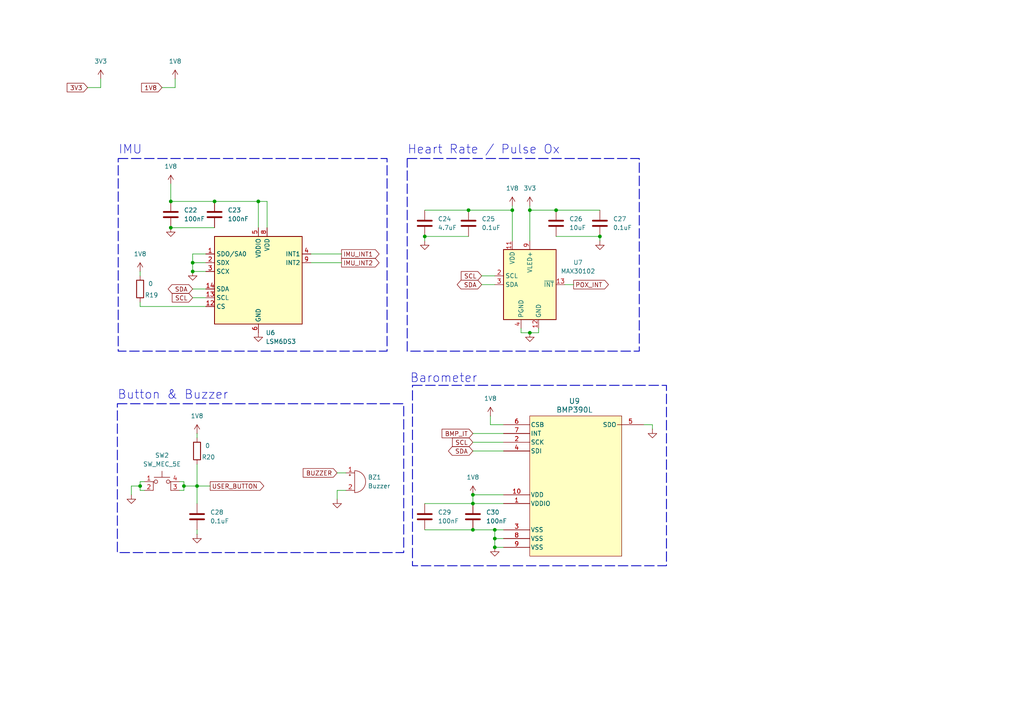
<source format=kicad_sch>
(kicad_sch (version 20250114) (generator "eeschema") (generator_version "9.0")
  (paper "A4")
  (lib_symbols
    (symbol "Barometer:BMP390L" (pin_names (offset 0.254))
      (property "Reference" "U" (at -0.762 24.384 0))
      (property "Value" "BMP390L" (at -0.762 21.844 0))
      (symbol "BMP390L_0_1"
        (rectangle (start -13.97 20.32) (end 12.7 -20.32) (fill (type background)))
        (pin input line (at -21.59 17.78 0) (length 7.62) (name "CSB") (number "6"))
        (pin output line (at -21.59 15.24 0) (length 7.62) (name "INT") (number "7"))
        (pin input line (at -21.59 12.7 0) (length 7.62) (name "SCK") (number "2"))
        (pin input line (at -21.59 10.16 0) (length 7.62) (name "SDI") (number "4"))
        (pin power_in line (at -21.59 -2.54 0) (length 7.62) (name "VDD") (number "10"))
        (pin power_in line (at -21.59 -5.08 0) (length 7.62) (name "VDDIO") (number "1"))
        (pin power_out line (at -21.59 -12.7 0) (length 7.62) (name "VSS") (number "3"))
        (pin power_out line (at -21.59 -15.24 0) (length 7.62) (name "VSS") (number "8"))
        (pin power_out line (at -21.59 -17.78 0) (length 7.62) (name "VSS") (number "9"))
        (pin output line (at 19.05 17.78 180) (length 7.62) (name "SDO") (number "5"))
      )
    )
    (symbol "Device:Buzzer" (pin_names (offset 0.0254) (hide yes))
      (property "Reference" "BZ" (at 3.81 1.27 0))
      (property "Value" "Buzzer" (at 3.81 -1.27 0))
      (symbol "Buzzer_0_1"
        (polyline (pts (xy -1.651 1.905) (xy -1.143 1.905)))
        (polyline (pts (xy -1.397 2.159) (xy -1.397 1.651)))
        (arc (start 0 3.175) (mid 3.1612 0) (end 0 -3.175))
        (polyline (pts (xy 0 3.175) (xy 0 -3.175)))
      )
      (symbol "Buzzer_1_1"
        (pin passive line (at -2.54 2.54 0) (length 2.54) (name "+") (number "1"))
        (pin passive line (at -2.54 -2.54 0) (length 2.54) (name "-") (number "2"))
      )
    )
    (symbol "Device:C" (pin_numbers (hide yes)) (pin_names (offset 0.254))
      (property "Reference" "C" (at 0.635 2.54 0))
      (property "Value" "C" (at 0.635 -2.54 0))
      (symbol "C_0_1"
        (polyline (pts (xy -2.032 0.762) (xy 2.032 0.762)) (stroke (width 0.508)))
        (polyline (pts (xy -2.032 -0.762) (xy 2.032 -0.762)) (stroke (width 0.508)))
      )
      (symbol "C_1_1"
        (pin passive line (at 0 3.81 270) (length 2.794) (name "~") (number "1"))
        (pin passive line (at 0 -3.81 90) (length 2.794) (name "~") (number "2"))
      )
    )
    (symbol "Device:R" (pin_numbers (hide yes)) (pin_names (offset 0))
      (property "Reference" "R" (at 2.032 0 90))
      (property "Value" "R" (at 0 0 90))
      (symbol "R_0_1"
        (rectangle (start -1.016 -2.54) (end 1.016 2.54) (stroke (width 0.254)))
      )
      (symbol "R_1_1"
        (pin passive line (at 0 3.81 270) (length 1.27) (name "~") (number "1"))
        (pin passive line (at 0 -3.81 90) (length 1.27) (name "~") (number "2"))
      )
    )
    (symbol "Sensor:MAX30102"
      (property "Reference" "U" (at 7.62 15.24 0))
      (property "Value" "MAX30102" (at 7.62 12.7 0))
      (symbol "MAX30102_0_1"
        (rectangle (start -7.62 10.16) (end 7.62 -10.16) (stroke (width 0.254)) (fill (type background)))
      )
      (symbol "MAX30102_1_1"
        (pin input line (at -10.16 2.54 0) (length 2.54) (name "SCL") (number "2"))
        (pin bidirectional line (at -10.16 0 0) (length 2.54) (name "SDA") (number "3"))
        (pin no_connect line (at -7.62 5.08 0) (length 2.54) (hide yes) (name "NC") (number "1"))
        (pin no_connect line (at -7.62 -2.54 0) (length 2.54) (hide yes) (name "NC") (number "7"))
        (pin power_in line (at -5.08 12.7 270) (length 2.54) (name "VDD") (number "11"))
        (pin power_in line (at -2.54 -12.7 90) (length 2.54) (name "PGND") (number "4"))
        (pin passive line (at 0 12.7 270) (length 2.54) (hide yes) (name "VLED+") (number "10"))
        (pin power_in line (at 0 12.7 270) (length 2.54) (name "VLED+") (number "9"))
        (pin power_in line (at 2.54 -12.7 90) (length 2.54) (name "GND") (number "12"))
        (pin no_connect line (at 7.62 5.08 180) (length 2.54) (hide yes) (name "NC") (number "8"))
        (pin no_connect line (at 7.62 2.54 180) (length 2.54) (hide yes) (name "NC") (number "14"))
        (pin no_connect line (at 7.62 -5.08 180) (length 2.54) (hide yes) (name "NC") (number "6"))
        (pin no_connect line (at 7.62 -7.62 180) (length 2.54) (hide yes) (name "NC") (number "5"))
        (pin output line (at 10.16 0 180) (length 2.54) (name "~{INT}") (number "13"))
      )
    )
    (symbol "Sensor_Motion:LSM6DS3"
      (property "Reference" "U" (at -11.43 15.24 0))
      (property "Value" "LSM6DS3" (at -11.43 12.7 0))
      (symbol "LSM6DS3_0_1"
        (rectangle (start -12.7 12.7) (end 12.7 -12.7) (stroke (width 0.254)) (fill (type background)))
      )
      (symbol "LSM6DS3_1_1"
        (pin bidirectional line (at -15.24 7.62 0) (length 2.54) (name "SDO/SA0") (number "1"))
        (pin bidirectional line (at -15.24 5.08 0) (length 2.54) (name "SDX") (number "2"))
        (pin input line (at -15.24 2.54 0) (length 2.54) (name "SCX") (number "3"))
        (pin bidirectional line (at -15.24 -2.54 0) (length 2.54) (name "SDA") (number "14"))
        (pin input line (at -15.24 -5.08 0) (length 2.54) (name "SCL") (number "13"))
        (pin input line (at -15.24 -7.62 0) (length 2.54) (name "CS") (number "12"))
        (pin power_in line (at 0 15.24 270) (length 2.54) (name "VDDIO") (number "5"))
        (pin power_in line (at 0 -15.24 90) (length 2.54) (name "GND") (number "6"))
        (pin passive line (at 0 -15.24 90) (length 2.54) (hide yes) (name "GND") (number "7"))
        (pin power_in line (at 2.54 15.24 270) (length 2.54) (name "VDD") (number "8"))
        (pin no_connect line (at 12.7 -2.54 180) (length 3.81) (hide yes) (name "NC") (number "11"))
        (pin no_connect line (at 12.7 -5.08 180) (length 3.81) (hide yes) (name "NC") (number "10"))
        (pin output line (at 15.24 7.62 180) (length 2.54) (name "INT1") (number "4"))
        (pin output line (at 15.24 5.08 180) (length 2.54) (name "INT2") (number "9"))
      )
    )
    (symbol "Switch:SW_MEC_5E" (pin_names (offset 1.016) (hide yes))
      (property "Reference" "SW" (at 0.635 5.715 0))
      (property "Value" "SW_MEC_5E" (at 0 -3.175 0))
      (symbol "SW_MEC_5E_0_1"
        (polyline (pts (xy -2.54 0) (xy -2.54 2.54) (xy -2.286 2.54)))
        (polyline (pts (xy -2.286 3.81) (xy 2.286 3.81)))
        (circle (center -1.778 2.54) (radius 0.508))
        (polyline (pts (xy 0 3.81) (xy 0 5.588)))
        (circle (center 1.778 2.54) (radius 0.508))
        (polyline (pts (xy 2.54 0) (xy 2.54 2.54) (xy 2.286 2.54)))
        (pin passive line (at -5.08 2.54 0) (length 2.54) (name "1") (number "1"))
        (pin passive line (at -5.08 0 0) (length 2.54) (name "2") (number "2"))
        (pin passive line (at 5.08 2.54 180) (length 2.54) (name "A") (number "4"))
        (pin passive line (at 5.08 0 180) (length 2.54) (name "K") (number "3"))
      )
    )
    (symbol "power:+3V3" (power) (pin_numbers (hide yes)) (pin_names (offset 0) (hide yes))
      (property "Value" "+3V3" (at 0 3.556 0))
      (symbol "+3V3_0_1"
        (polyline (pts (xy -0.762 1.27) (xy 0 2.54)))
        (polyline (pts (xy 0 2.54) (xy 0.762 1.27)))
        (polyline (pts (xy 0 0) (xy 0 2.54)))
      )
      (symbol "+3V3_1_1"
        (pin power_in line (at 0 0 90) (length 0) (name "~") (number "1"))
      )
    )
    (symbol "power:GND" (power) (pin_numbers (hide yes)) (pin_names (offset 0) (hide yes))
      (property "Value" "GND" (at 0 -3.81 0))
      (symbol "GND_0_1"
        (polyline (pts (xy 0 0) (xy 0 -1.27) (xy 1.27 -1.27) (xy 0 -2.54) (xy -1.27 -1.27) (xy 0 -1.27)))
      )
      (symbol "GND_1_1"
        (pin power_in line (at 0 0 270) (length 0) (name "~") (number "1"))
      )
    )
  )
  (rectangle (start 118.11 45.974) (end 185.42 101.854) (stroke (width 0.254) (type dash)))
  (rectangle (start 119.634 111.76) (end 193.294 164.084) (stroke (width 0.254) (type dash)))
  (rectangle (start 34.036 117.094) (end 117.094 160.274) (stroke (width 0.254) (type dash)))
  (rectangle (start 34.29 45.974) (end 112.268 101.854) (stroke (width 0.254) (type dash)))
  (text "Button & Buzzer" (at 34.036 116.078 0) (effects (font (size 2.54 2.54)) (justify left bottom)))
  (text "Heart Rate / Pulse Ox" (at 118.11 44.958 0) (effects (font (size 2.54 2.54)) (justify left bottom)))
  (text "IMU" (at 34.29 44.958 0) (effects (font (size 2.54 2.54)) (justify left bottom)))
  (text "Barometer" (at 118.872 111.252 0) (effects (font (size 2.54 2.54)) (justify left bottom)))
  (junction (at 153.67 96.52))
  (junction (at 153.67 60.96))
  (junction (at 62.23 58.42))
  (junction (at 148.59 60.96))
  (junction (at 53.34 140.97))
  (junction (at 143.51 158.75))
  (junction (at 143.51 153.67))
  (junction (at 143.51 156.21))
  (junction (at 135.89 60.96))
  (junction (at 137.16 146.05))
  (junction (at 55.88 78.74))
  (junction (at 49.53 58.42))
  (junction (at 40.64 140.97))
  (junction (at 74.93 58.42))
  (junction (at 123.19 68.58))
  (junction (at 55.88 76.2))
  (junction (at 49.53 66.04))
  (junction (at 57.15 140.97))
  (junction (at 161.29 60.96))
  (junction (at 137.16 143.51))
  (junction (at 137.16 153.67))
  (junction (at 173.99 68.58))
  (wire (pts (xy 57.15 140.97) (xy 60.96 140.97)))
  (wire (pts (xy 137.16 130.81) (xy 146.05 130.81)))
  (wire (pts (xy 161.29 60.96) (xy 173.99 60.96)))
  (wire (pts (xy 50.8 22.86) (xy 50.8 25.4)))
  (wire (pts (xy 55.88 76.2) (xy 55.88 78.74)))
  (wire (pts (xy 146.05 153.67) (xy 143.51 153.67)))
  (wire (pts (xy 59.69 73.66) (xy 55.88 73.66)))
  (wire (pts (xy 153.67 60.96) (xy 153.67 69.85)))
  (wire (pts (xy 143.51 158.75) (xy 146.05 158.75)))
  (wire (pts (xy 148.59 60.96) (xy 148.59 69.85)))
  (wire (pts (xy 90.17 73.66) (xy 99.06 73.66)))
  (wire (pts (xy 49.53 66.04) (xy 62.23 66.04)))
  (wire (pts (xy 123.19 146.05) (xy 137.16 146.05)))
  (wire (pts (xy 53.34 140.97) (xy 57.15 140.97)))
  (wire (pts (xy 97.79 137.16) (xy 100.33 137.16)))
  (wire (pts (xy 139.7 80.01) (xy 143.51 80.01)))
  (wire (pts (xy 123.19 68.58) (xy 135.89 68.58)))
  (wire (pts (xy 137.16 128.27) (xy 146.05 128.27)))
  (wire (pts (xy 40.64 139.7) (xy 40.64 140.97)))
  (wire (pts (xy 151.13 96.52) (xy 153.67 96.52)))
  (wire (pts (xy 153.67 59.69) (xy 153.67 60.96)))
  (wire (pts (xy 74.93 58.42) (xy 77.47 58.42)))
  (wire (pts (xy 163.83 82.55) (xy 166.37 82.55)))
  (wire (pts (xy 123.19 153.67) (xy 137.16 153.67)))
  (wire (pts (xy 49.53 53.34) (xy 49.53 58.42)))
  (wire (pts (xy 161.29 68.58) (xy 173.99 68.58)))
  (wire (pts (xy 77.47 58.42) (xy 77.47 66.04)))
  (wire (pts (xy 40.64 78.74) (xy 40.64 80.01)))
  (wire (pts (xy 189.23 123.19) (xy 189.23 124.46)))
  (wire (pts (xy 46.99 25.4) (xy 50.8 25.4)))
  (wire (pts (xy 53.34 139.7) (xy 53.34 140.97)))
  (wire (pts (xy 135.89 60.96) (xy 148.59 60.96)))
  (wire (pts (xy 40.64 87.63) (xy 40.64 88.9)))
  (wire (pts (xy 100.33 142.24) (xy 97.79 142.24)))
  (wire (pts (xy 40.64 140.97) (xy 40.64 142.24)))
  (wire (pts (xy 25.4 25.4) (xy 29.21 25.4)))
  (wire (pts (xy 143.51 156.21) (xy 146.05 156.21)))
  (wire (pts (xy 38.1 140.97) (xy 38.1 143.51)))
  (wire (pts (xy 55.88 83.82) (xy 59.69 83.82)))
  (wire (pts (xy 53.34 140.97) (xy 53.34 142.24)))
  (wire (pts (xy 55.88 76.2) (xy 59.69 76.2)))
  (wire (pts (xy 57.15 125.73) (xy 57.15 127)))
  (wire (pts (xy 148.59 59.69) (xy 148.59 60.96)))
  (wire (pts (xy 137.16 153.67) (xy 143.51 153.67)))
  (wire (pts (xy 40.64 142.24) (xy 41.91 142.24)))
  (wire (pts (xy 123.19 60.96) (xy 135.89 60.96)))
  (wire (pts (xy 55.88 78.74) (xy 59.69 78.74)))
  (wire (pts (xy 57.15 134.62) (xy 57.15 140.97)))
  (wire (pts (xy 97.79 142.24) (xy 97.79 144.78)))
  (wire (pts (xy 137.16 146.05) (xy 137.16 143.51)))
  (wire (pts (xy 55.88 86.36) (xy 59.69 86.36)))
  (wire (pts (xy 156.21 96.52) (xy 156.21 95.25)))
  (wire (pts (xy 40.64 140.97) (xy 38.1 140.97)))
  (wire (pts (xy 137.16 125.73) (xy 146.05 125.73)))
  (wire (pts (xy 153.67 96.52) (xy 156.21 96.52)))
  (wire (pts (xy 49.53 58.42) (xy 62.23 58.42)))
  (wire (pts (xy 29.21 22.86) (xy 29.21 25.4)))
  (wire (pts (xy 143.51 153.67) (xy 143.51 156.21)))
  (wire (pts (xy 123.19 68.58) (xy 123.19 69.85)))
  (wire (pts (xy 74.93 58.42) (xy 74.93 66.04)))
  (wire (pts (xy 173.99 68.58) (xy 173.99 69.85)))
  (wire (pts (xy 151.13 95.25) (xy 151.13 96.52)))
  (wire (pts (xy 142.24 120.65) (xy 142.24 123.19)))
  (wire (pts (xy 41.91 139.7) (xy 40.64 139.7)))
  (wire (pts (xy 137.16 146.05) (xy 146.05 146.05)))
  (wire (pts (xy 57.15 153.67) (xy 57.15 154.94)))
  (wire (pts (xy 139.7 82.55) (xy 143.51 82.55)))
  (wire (pts (xy 53.34 142.24) (xy 52.07 142.24)))
  (wire (pts (xy 137.16 143.51) (xy 146.05 143.51)))
  (wire (pts (xy 153.67 60.96) (xy 161.29 60.96)))
  (wire (pts (xy 146.05 123.19) (xy 142.24 123.19)))
  (wire (pts (xy 90.17 76.2) (xy 99.06 76.2)))
  (wire (pts (xy 52.07 139.7) (xy 53.34 139.7)))
  (wire (pts (xy 57.15 140.97) (xy 57.15 146.05)))
  (wire (pts (xy 40.64 88.9) (xy 59.69 88.9)))
  (wire (pts (xy 143.51 156.21) (xy 143.51 158.75)))
  (wire (pts (xy 62.23 58.42) (xy 74.93 58.42)))
  (wire (pts (xy 186.69 123.19) (xy 189.23 123.19)))
  (wire (pts (xy 55.88 73.66) (xy 55.88 76.2)))
  (global_label "3V3" (shape input) (at 25.4 25.4 180) (property "Intersheetrefs" "${INTERSHEET_REFS}" (effects (hide yes))))
  (global_label "SCL" (shape input) (at 139.7 80.01 180) (property "Intersheetrefs" "${INTERSHEET_REFS}" (effects (hide yes))))
  (global_label "SCL" (shape input) (at 55.88 86.36 180) (property "Intersheetrefs" "${INTERSHEET_REFS}" (effects (hide yes))))
  (global_label "POX_INT" (shape output) (at 166.37 82.55 0) (property "Intersheetrefs" "${INTERSHEET_REFS}" (effects (hide yes))))
  (global_label "SDA" (shape bidirectional) (at 139.7 82.55 180) (property "Intersheetrefs" "${INTERSHEET_REFS}" (effects (hide yes))))
  (global_label "SDA" (shape bidirectional) (at 55.88 83.82 180) (property "Intersheetrefs" "${INTERSHEET_REFS}" (effects (hide yes))))
  (global_label "BMP_IT" (shape input) (at 137.16 125.73 180) (property "Intersheetrefs" "${INTERSHEET_REFS}" (effects (hide yes))))
  (global_label "1V8" (shape input) (at 46.99 25.4 180) (property "Intersheetrefs" "${INTERSHEET_REFS}" (effects (hide yes))))
  (global_label "SCL" (shape input) (at 137.16 128.27 180) (property "Intersheetrefs" "${INTERSHEET_REFS}" (effects (hide yes))))
  (global_label "USER_BUTTON" (shape output) (at 60.96 140.97 0) (property "Intersheetrefs" "${INTERSHEET_REFS}" (effects (hide yes))))
  (global_label "IMU_INT2" (shape output) (at 99.06 76.2 0) (property "Intersheetrefs" "${INTERSHEET_REFS}" (effects (hide yes))))
  (global_label "SDA" (shape bidirectional) (at 137.16 130.81 180) (property "Intersheetrefs" "${INTERSHEET_REFS}" (effects (hide yes))))
  (global_label "BUZZER" (shape input) (at 97.79 137.16 180) (property "Intersheetrefs" "${INTERSHEET_REFS}" (effects (hide yes))))
  (global_label "IMU_INT1" (shape output) (at 99.06 73.66 0) (property "Intersheetrefs" "${INTERSHEET_REFS}" (effects (hide yes))))
  (symbol (lib_id "power:+3V3") (at 29.21 22.86 0) (unit 1)
    (property "Reference" "#PWR?" (effects (hide yes)))
    (property "Value" "3V3" (at 29.21 17.78 0))
    (property "Description" "Power symbol creates a global label with name \"+3V3\"" (effects (hide yes)))
  )
  (symbol (lib_id "Device:Buzzer") (at 102.87 139.7 0) (unit 1)
    (property "Reference" "BZ1" (at 106.68 138.4299 0) (effects (justify left)))
    (property "Value" "Buzzer" (at 106.68 140.9699 0) (effects (justify left)))
    (property "Description" "Buzzer, polarized" (effects (hide yes)))
  )
  (symbol (lib_id "power:GND") (at 57.15 154.94 0) (unit 1)
    (property "Reference" "#PWR?" (effects (hide yes)))
    (property "Value" "GND" (effects (hide yes)))
    (property "Description" "Power symbol creates a global label with name \"GND\" , ground" (effects (hide yes)))
  )
  (symbol (lib_id "Device:C") (at 123.19 149.86 0) (unit 1)
    (property "Reference" "C29" (at 127 148.5899 0) (effects (justify left)))
    (property "Value" "100nF" (at 127 151.1299 0) (effects (justify left)))
    (property "Description" "Unpolarized capacitor" (effects (hide yes)))
  )
  (symbol (lib_id "Device:C") (at 49.53 62.23 0) (unit 1)
    (property "Reference" "C22" (at 53.34 60.9599 0) (effects (justify left)))
    (property "Value" "100nF" (at 53.34 63.4999 0) (effects (justify left)))
    (property "Description" "Unpolarized capacitor" (effects (hide yes)))
  )
  (symbol (lib_id "power:+3V3") (at 57.15 125.73 0) (unit 1)
    (property "Reference" "#PWR?" (effects (hide yes)))
    (property "Value" "1V8" (at 57.15 120.65 0))
    (property "Description" "Power symbol creates a global label with name \"+3V3\"" (effects (hide yes)))
  )
  (symbol (lib_id "power:+3V3") (at 50.8 22.86 0) (unit 1)
    (property "Reference" "#PWR?" (effects (hide yes)))
    (property "Value" "1V8" (at 50.8 17.78 0))
    (property "Description" "Power symbol creates a global label with name \"+3V3\"" (effects (hide yes)))
  )
  (symbol (lib_id "power:GND") (at 55.88 78.74 0) (unit 1)
    (property "Reference" "#PWR?" (effects (hide yes)))
    (property "Value" "GND" (effects (hide yes)))
    (property "Description" "Power symbol creates a global label with name \"GND\" , ground" (effects (hide yes)))
  )
  (symbol (lib_id "Device:C") (at 135.89 64.77 0) (unit 1)
    (property "Reference" "C25" (at 139.7 63.4999 0) (effects (justify left)))
    (property "Value" "0.1uF" (at 139.7 66.0399 0) (effects (justify left)))
    (property "Description" "Unpolarized capacitor" (effects (hide yes)))
  )
  (symbol (lib_id "power:GND") (at 173.99 69.85 0) (unit 1)
    (property "Reference" "#PWR?" (effects (hide yes)))
    (property "Value" "GND" (effects (hide yes)))
    (property "Description" "Power symbol creates a global label with name \"GND\" , ground" (effects (hide yes)))
  )
  (symbol (lib_id "power:GND") (at 153.67 96.52 0) (unit 1)
    (property "Reference" "#PWR?" (effects (hide yes)))
    (property "Value" "GND" (effects (hide yes)))
    (property "Description" "Power symbol creates a global label with name \"GND\" , ground" (effects (hide yes)))
  )
  (symbol (lib_id "Device:R") (at 57.15 130.81 0) (unit 1)
    (property "Reference" "R20" (at 60.452 132.588 0))
    (property "Value" "0" (at 60.198 129.286 0))
    (property "Description" "Resistor" (effects (hide yes)))
  )
  (symbol (lib_id "power:GND") (at 97.79 144.78 0) (unit 1)
    (property "Reference" "#PWR?" (effects (hide yes)))
    (property "Value" "GND" (effects (hide yes)))
    (property "Description" "Power symbol creates a global label with name \"GND\" , ground" (effects (hide yes)))
  )
  (symbol (lib_id "Sensor_Motion:LSM6DS3") (at 74.93 81.28 0) (unit 1)
    (property "Reference" "U6" (at 77.0733 96.52 0) (effects (justify left)))
    (property "Value" "LSM6DS3" (at 77.0733 99.06 0) (effects (justify left)))
    (property "Footprint" "Package_LGA:LGA-14_3x2.5mm_P0.5mm_LayoutBorder3x4y" (effects (hide yes)))
    (property "Datasheet" "https://www.st.com/resource/en/datasheet/lsm6ds3tr-c.pdf" (effects (hide yes)))
    (property "Description" "I2C/SPI, iNEMO inertial module: always-on 3D accelerometer and 3D gyroscope" (effects (hide yes)))
  )
  (symbol (lib_id "Device:C") (at 173.99 64.77 0) (unit 1)
    (property "Reference" "C27" (at 177.8 63.4999 0) (effects (justify left)))
    (property "Value" "0.1uF" (at 177.8 66.0399 0) (effects (justify left)))
    (property "Description" "Unpolarized capacitor" (effects (hide yes)))
  )
  (symbol (lib_id "power:+3V3") (at 142.24 120.65 0) (unit 1)
    (property "Reference" "#PWR?" (effects (hide yes)))
    (property "Value" "1V8" (at 142.24 115.57 0))
    (property "Description" "Power symbol creates a global label with name \"+3V3\"" (effects (hide yes)))
  )
  (symbol (lib_id "power:GND") (at 143.51 158.75 0) (unit 1)
    (property "Reference" "#PWR?" (effects (hide yes)))
    (property "Value" "GND" (effects (hide yes)))
    (property "Description" "Power symbol creates a global label with name \"GND\" , ground" (effects (hide yes)))
  )
  (symbol (lib_id "power:GND") (at 38.1 143.51 0) (unit 1)
    (property "Reference" "#PWR?" (effects (hide yes)))
    (property "Value" "GND" (effects (hide yes)))
    (property "Description" "Power symbol creates a global label with name \"GND\" , ground" (effects (hide yes)))
  )
  (symbol (lib_id "power:+3V3") (at 49.53 53.34 0) (unit 1)
    (property "Reference" "#PWR?" (effects (hide yes)))
    (property "Value" "1V8" (at 49.53 48.26 0))
    (property "Description" "Power symbol creates a global label with name \"+3V3\"" (effects (hide yes)))
  )
  (symbol (lib_id "power:+3V3") (at 153.67 59.69 0) (unit 1)
    (property "Reference" "#PWR?" (effects (hide yes)))
    (property "Value" "3V3" (at 153.67 54.61 0))
    (property "Description" "Power symbol creates a global label with name \"+3V3\"" (effects (hide yes)))
  )
  (symbol (lib_id "Switch:SW_MEC_5E") (at 46.99 142.24 0) (unit 1)
    (property "Reference" "SW2" (at 46.99 132.08 0))
    (property "Value" "SW_MEC_5E" (at 46.99 134.62 0))
    (property "Datasheet" "http://www.apem.com/int/index.php?controller=attachment&id_attachment=1371" (effects (hide yes)))
    (property "Description" "MEC 5E single pole normally-open tactile switch" (effects (hide yes)))
  )
  (symbol (lib_id "power:GND") (at 49.53 66.04 0) (unit 1)
    (property "Reference" "#PWR?" (effects (hide yes)))
    (property "Value" "GND" (effects (hide yes)))
    (property "Description" "Power symbol creates a global label with name \"GND\" , ground" (effects (hide yes)))
  )
  (symbol (lib_id "power:GND") (at 74.93 96.52 0) (unit 1)
    (property "Reference" "#PWR?" (effects (hide yes)))
    (property "Value" "GND" (effects (hide yes)))
    (property "Description" "Power symbol creates a global label with name \"GND\" , ground" (effects (hide yes)))
  )
  (symbol (lib_id "Device:R") (at 40.64 83.82 0) (unit 1)
    (property "Reference" "R19" (at 43.942 85.598 0))
    (property "Value" "0" (at 43.688 82.296 0))
    (property "Description" "Resistor" (effects (hide yes)))
  )
  (symbol (lib_id "Device:C") (at 62.23 62.23 0) (unit 1)
    (property "Reference" "C23" (at 66.04 60.9599 0) (effects (justify left)))
    (property "Value" "100nF" (at 66.04 63.4999 0) (effects (justify left)))
    (property "Description" "Unpolarized capacitor" (effects (hide yes)))
  )
  (symbol (lib_id "power:+3V3") (at 40.64 78.74 0) (unit 1)
    (property "Reference" "#PWR?" (effects (hide yes)))
    (property "Value" "1V8" (at 40.64 73.66 0))
    (property "Description" "Power symbol creates a global label with name \"+3V3\"" (effects (hide yes)))
  )
  (symbol (lib_id "Device:C") (at 137.16 149.86 0) (unit 1)
    (property "Reference" "C30" (at 140.97 148.5899 0) (effects (justify left)))
    (property "Value" "100nF" (at 140.97 151.1299 0) (effects (justify left)))
    (property "Description" "Unpolarized capacitor" (effects (hide yes)))
  )
  (symbol (lib_id "power:GND") (at 123.19 69.85 0) (unit 1)
    (property "Reference" "#PWR?" (effects (hide yes)))
    (property "Value" "GND" (effects (hide yes)))
    (property "Description" "Power symbol creates a global label with name \"GND\" , ground" (effects (hide yes)))
  )
  (symbol (lib_id "power:+3V3") (at 148.59 59.69 0) (unit 1)
    (property "Reference" "#PWR?" (effects (hide yes)))
    (property "Value" "1V8" (at 148.59 54.61 0))
    (property "Description" "Power symbol creates a global label with name \"+3V3\"" (effects (hide yes)))
  )
  (symbol (lib_id "power:+3V3") (at 137.16 143.51 0) (unit 1)
    (property "Reference" "#PWR?" (effects (hide yes)))
    (property "Value" "1V8" (at 137.16 138.43 0))
    (property "Description" "Power symbol creates a global label with name \"+3V3\"" (effects (hide yes)))
  )
  (symbol (lib_id "Sensor:MAX30102") (at 153.67 82.55 0) (unit 1)
    (property "Reference" "U7" (at 167.64 76.1298 0))
    (property "Value" "MAX30102" (at 167.64 78.6698 0))
    (property "Footprint" "OptoDevice:Maxim_OLGA-14_3.3x5.6mm_P0.8mm" (effects (hide yes)))
    (property "Datasheet" "https://datasheets.maximintegrated.com/en/ds/MAX30102.pdf" (effects (hide yes)))
    (property "Description" "Heart Rate Sensor, 14-OLGA" (effects (hide yes)))
  )
  (symbol (lib_id "Device:C") (at 123.19 64.77 0) (unit 1)
    (property "Reference" "C24" (at 127 63.4999 0) (effects (justify left)))
    (property "Value" "4.7uF" (at 127 66.0399 0) (effects (justify left)))
    (property "Description" "Unpolarized capacitor" (effects (hide yes)))
  )
  (symbol (lib_id "Device:C") (at 57.15 149.86 0) (unit 1)
    (property "Reference" "C28" (at 60.96 148.5899 0) (effects (justify left)))
    (property "Value" "0.1uF" (at 60.96 151.1299 0) (effects (justify left)))
    (property "Description" "Unpolarized capacitor" (effects (hide yes)))
  )
  (symbol (lib_id "Device:C") (at 161.29 64.77 0) (unit 1)
    (property "Reference" "C26" (at 165.1 63.4999 0) (effects (justify left)))
    (property "Value" "10uF" (at 165.1 66.0399 0) (effects (justify left)))
    (property "Description" "Unpolarized capacitor" (effects (hide yes)))
  )
  (symbol (lib_id "Barometer:BMP390L") (at 167.64 140.97 0) (unit 1)
    (property "Reference" "U9" (at 166.624 116.332 0) (effects (font (size 1.524 1.524))))
    (property "Value" "BMP390L" (at 166.624 118.872 0) (effects (font (size 1.524 1.524))))
    (property "Footprint" "10LGA_2X2X0p75_BOS" (effects (hide yes)))
    (property "Datasheet" "BMP390L" (effects (hide yes)))
  )
  (symbol (lib_id "power:GND") (at 189.23 124.46 0) (unit 1)
    (property "Reference" "#PWR?" (effects (hide yes)))
    (property "Value" "GND" (effects (hide yes)))
    (property "Description" "Power symbol creates a global label with name \"GND\" , ground" (effects (hide yes)))
  )
)
</source>
